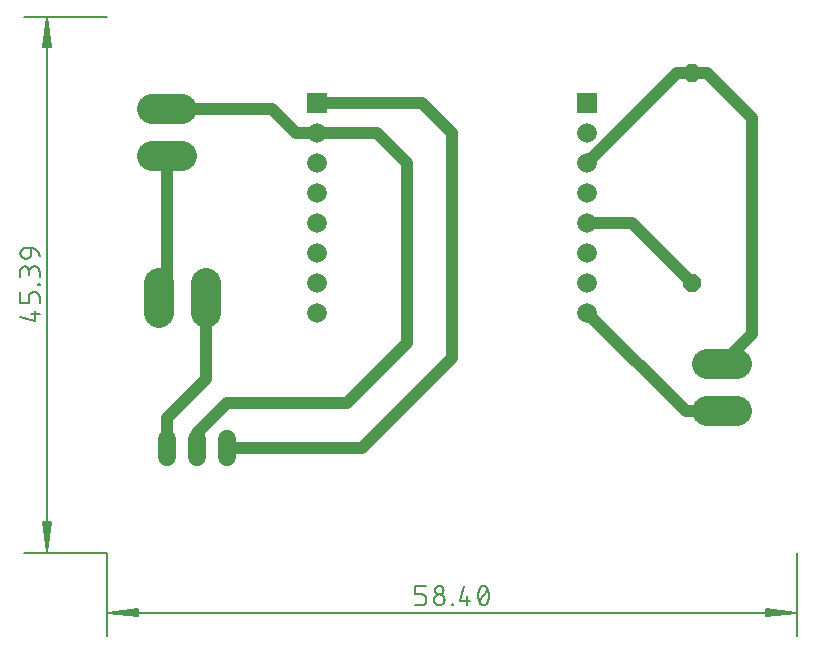
<source format=gbr>
G04 EAGLE Gerber RS-274X export*
G75*
%MOMM*%
%FSLAX34Y34*%
%LPD*%
%INTop Copper*%
%IPPOS*%
%AMOC8*
5,1,8,0,0,1.08239X$1,22.5*%
G01*
%ADD10C,0.130000*%
%ADD11C,0.152400*%
%ADD12C,1.665000*%
%ADD13R,1.665000X1.665000*%
%ADD14C,2.514600*%
%ADD15P,1.649562X8X112.500000*%
%ADD16C,1.524000*%
%ADD17C,1.016000*%


D10*
X-38100Y546100D02*
X-38100Y475800D01*
X545900Y475800D02*
X545900Y546100D01*
X545250Y495300D02*
X-37450Y495300D01*
X-12100Y498492D01*
X-12100Y492108D01*
X-37450Y495300D01*
X-12100Y496600D01*
X-12100Y494000D02*
X-37450Y495300D01*
X-12100Y497900D01*
X-12100Y492700D02*
X-37450Y495300D01*
X519900Y498492D02*
X545250Y495300D01*
X519900Y498492D02*
X519900Y492108D01*
X545250Y495300D01*
X519900Y496600D01*
X519900Y494000D02*
X545250Y495300D01*
X519900Y497900D01*
X519900Y492700D02*
X545250Y495300D01*
D11*
X228260Y501807D02*
X222841Y501807D01*
X228260Y501807D02*
X228378Y501809D01*
X228496Y501815D01*
X228614Y501824D01*
X228731Y501838D01*
X228848Y501855D01*
X228965Y501876D01*
X229080Y501901D01*
X229195Y501930D01*
X229309Y501963D01*
X229421Y501999D01*
X229532Y502039D01*
X229642Y502082D01*
X229751Y502129D01*
X229858Y502179D01*
X229963Y502234D01*
X230066Y502291D01*
X230167Y502352D01*
X230267Y502416D01*
X230364Y502483D01*
X230459Y502553D01*
X230551Y502627D01*
X230642Y502703D01*
X230729Y502783D01*
X230814Y502865D01*
X230896Y502950D01*
X230976Y503037D01*
X231052Y503128D01*
X231126Y503220D01*
X231196Y503315D01*
X231263Y503412D01*
X231327Y503512D01*
X231388Y503613D01*
X231445Y503716D01*
X231500Y503821D01*
X231550Y503928D01*
X231597Y504037D01*
X231640Y504147D01*
X231680Y504258D01*
X231716Y504370D01*
X231749Y504484D01*
X231778Y504599D01*
X231803Y504714D01*
X231824Y504831D01*
X231841Y504948D01*
X231855Y505065D01*
X231864Y505183D01*
X231870Y505301D01*
X231872Y505419D01*
X231872Y507226D01*
X231870Y507344D01*
X231864Y507462D01*
X231855Y507580D01*
X231841Y507697D01*
X231824Y507814D01*
X231803Y507931D01*
X231778Y508046D01*
X231749Y508161D01*
X231716Y508275D01*
X231680Y508387D01*
X231640Y508498D01*
X231597Y508608D01*
X231550Y508717D01*
X231500Y508824D01*
X231445Y508929D01*
X231388Y509032D01*
X231327Y509133D01*
X231263Y509233D01*
X231196Y509330D01*
X231126Y509425D01*
X231052Y509517D01*
X230976Y509608D01*
X230896Y509695D01*
X230814Y509780D01*
X230729Y509862D01*
X230642Y509942D01*
X230551Y510018D01*
X230459Y510092D01*
X230364Y510162D01*
X230267Y510229D01*
X230167Y510293D01*
X230066Y510354D01*
X229963Y510411D01*
X229858Y510466D01*
X229751Y510516D01*
X229642Y510563D01*
X229532Y510606D01*
X229421Y510646D01*
X229309Y510682D01*
X229195Y510715D01*
X229080Y510744D01*
X228965Y510769D01*
X228848Y510790D01*
X228731Y510807D01*
X228614Y510821D01*
X228496Y510830D01*
X228378Y510836D01*
X228260Y510838D01*
X222841Y510838D01*
X222841Y518063D01*
X231872Y518063D01*
X238472Y506323D02*
X238474Y506456D01*
X238480Y506588D01*
X238490Y506720D01*
X238503Y506852D01*
X238521Y506984D01*
X238542Y507114D01*
X238567Y507245D01*
X238596Y507374D01*
X238629Y507502D01*
X238665Y507630D01*
X238705Y507756D01*
X238749Y507881D01*
X238797Y508005D01*
X238848Y508127D01*
X238903Y508248D01*
X238961Y508367D01*
X239023Y508485D01*
X239088Y508600D01*
X239157Y508714D01*
X239228Y508825D01*
X239304Y508934D01*
X239382Y509041D01*
X239463Y509146D01*
X239548Y509248D01*
X239635Y509348D01*
X239725Y509445D01*
X239818Y509540D01*
X239914Y509631D01*
X240012Y509720D01*
X240113Y509806D01*
X240217Y509889D01*
X240323Y509969D01*
X240431Y510045D01*
X240541Y510119D01*
X240654Y510189D01*
X240768Y510256D01*
X240885Y510319D01*
X241003Y510379D01*
X241123Y510436D01*
X241245Y510489D01*
X241368Y510538D01*
X241492Y510584D01*
X241618Y510626D01*
X241745Y510664D01*
X241873Y510699D01*
X242002Y510730D01*
X242131Y510757D01*
X242262Y510780D01*
X242393Y510800D01*
X242525Y510815D01*
X242657Y510827D01*
X242789Y510835D01*
X242922Y510839D01*
X243054Y510839D01*
X243187Y510835D01*
X243319Y510827D01*
X243451Y510815D01*
X243583Y510800D01*
X243714Y510780D01*
X243845Y510757D01*
X243974Y510730D01*
X244103Y510699D01*
X244231Y510664D01*
X244358Y510626D01*
X244484Y510584D01*
X244608Y510538D01*
X244731Y510489D01*
X244853Y510436D01*
X244973Y510379D01*
X245091Y510319D01*
X245208Y510256D01*
X245322Y510189D01*
X245435Y510119D01*
X245545Y510045D01*
X245653Y509969D01*
X245759Y509889D01*
X245863Y509806D01*
X245964Y509720D01*
X246062Y509631D01*
X246158Y509540D01*
X246251Y509445D01*
X246341Y509348D01*
X246428Y509248D01*
X246513Y509146D01*
X246594Y509041D01*
X246672Y508934D01*
X246748Y508825D01*
X246819Y508714D01*
X246888Y508600D01*
X246953Y508485D01*
X247015Y508367D01*
X247073Y508248D01*
X247128Y508127D01*
X247179Y508005D01*
X247227Y507881D01*
X247271Y507756D01*
X247311Y507630D01*
X247347Y507502D01*
X247380Y507374D01*
X247409Y507245D01*
X247434Y507114D01*
X247455Y506984D01*
X247473Y506852D01*
X247486Y506720D01*
X247496Y506588D01*
X247502Y506456D01*
X247504Y506323D01*
X247502Y506190D01*
X247496Y506058D01*
X247486Y505926D01*
X247473Y505794D01*
X247455Y505662D01*
X247434Y505532D01*
X247409Y505401D01*
X247380Y505272D01*
X247347Y505144D01*
X247311Y505016D01*
X247271Y504890D01*
X247227Y504765D01*
X247179Y504641D01*
X247128Y504519D01*
X247073Y504398D01*
X247015Y504279D01*
X246953Y504161D01*
X246888Y504046D01*
X246819Y503932D01*
X246748Y503821D01*
X246672Y503712D01*
X246594Y503605D01*
X246513Y503500D01*
X246428Y503398D01*
X246341Y503298D01*
X246251Y503201D01*
X246158Y503106D01*
X246062Y503015D01*
X245964Y502926D01*
X245863Y502840D01*
X245759Y502757D01*
X245653Y502677D01*
X245545Y502601D01*
X245435Y502527D01*
X245322Y502457D01*
X245208Y502390D01*
X245091Y502327D01*
X244973Y502267D01*
X244853Y502210D01*
X244731Y502157D01*
X244608Y502108D01*
X244484Y502062D01*
X244358Y502020D01*
X244231Y501982D01*
X244103Y501947D01*
X243974Y501916D01*
X243845Y501889D01*
X243714Y501866D01*
X243583Y501846D01*
X243451Y501831D01*
X243319Y501819D01*
X243187Y501811D01*
X243054Y501807D01*
X242922Y501807D01*
X242789Y501811D01*
X242657Y501819D01*
X242525Y501831D01*
X242393Y501846D01*
X242262Y501866D01*
X242131Y501889D01*
X242002Y501916D01*
X241873Y501947D01*
X241745Y501982D01*
X241618Y502020D01*
X241492Y502062D01*
X241368Y502108D01*
X241245Y502157D01*
X241123Y502210D01*
X241003Y502267D01*
X240885Y502327D01*
X240768Y502390D01*
X240654Y502457D01*
X240541Y502527D01*
X240431Y502601D01*
X240323Y502677D01*
X240217Y502757D01*
X240113Y502840D01*
X240012Y502926D01*
X239914Y503015D01*
X239818Y503106D01*
X239725Y503201D01*
X239635Y503298D01*
X239548Y503398D01*
X239463Y503500D01*
X239382Y503605D01*
X239304Y503712D01*
X239228Y503821D01*
X239157Y503932D01*
X239088Y504046D01*
X239023Y504161D01*
X238961Y504279D01*
X238903Y504398D01*
X238848Y504519D01*
X238797Y504641D01*
X238749Y504765D01*
X238705Y504890D01*
X238665Y505016D01*
X238629Y505144D01*
X238596Y505272D01*
X238567Y505401D01*
X238542Y505532D01*
X238521Y505662D01*
X238503Y505794D01*
X238490Y505926D01*
X238480Y506058D01*
X238474Y506190D01*
X238472Y506323D01*
X239376Y514451D02*
X239378Y514570D01*
X239384Y514690D01*
X239394Y514809D01*
X239408Y514927D01*
X239425Y515046D01*
X239447Y515163D01*
X239472Y515280D01*
X239502Y515395D01*
X239535Y515510D01*
X239572Y515624D01*
X239612Y515736D01*
X239657Y515847D01*
X239705Y515956D01*
X239756Y516064D01*
X239811Y516170D01*
X239870Y516274D01*
X239932Y516376D01*
X239997Y516476D01*
X240066Y516574D01*
X240138Y516670D01*
X240213Y516763D01*
X240290Y516853D01*
X240371Y516941D01*
X240455Y517026D01*
X240542Y517108D01*
X240631Y517188D01*
X240723Y517264D01*
X240817Y517338D01*
X240914Y517408D01*
X241012Y517475D01*
X241113Y517539D01*
X241217Y517599D01*
X241322Y517656D01*
X241429Y517709D01*
X241537Y517759D01*
X241647Y517805D01*
X241759Y517847D01*
X241872Y517886D01*
X241986Y517921D01*
X242101Y517952D01*
X242218Y517980D01*
X242335Y518003D01*
X242452Y518023D01*
X242571Y518039D01*
X242690Y518051D01*
X242809Y518059D01*
X242928Y518063D01*
X243048Y518063D01*
X243167Y518059D01*
X243286Y518051D01*
X243405Y518039D01*
X243524Y518023D01*
X243641Y518003D01*
X243758Y517980D01*
X243875Y517952D01*
X243990Y517921D01*
X244104Y517886D01*
X244217Y517847D01*
X244329Y517805D01*
X244439Y517759D01*
X244547Y517709D01*
X244654Y517656D01*
X244759Y517599D01*
X244863Y517539D01*
X244964Y517475D01*
X245062Y517408D01*
X245159Y517338D01*
X245253Y517264D01*
X245345Y517188D01*
X245434Y517108D01*
X245521Y517026D01*
X245605Y516941D01*
X245686Y516853D01*
X245763Y516763D01*
X245838Y516670D01*
X245910Y516574D01*
X245979Y516476D01*
X246044Y516376D01*
X246106Y516274D01*
X246165Y516170D01*
X246220Y516064D01*
X246271Y515956D01*
X246319Y515847D01*
X246364Y515736D01*
X246404Y515624D01*
X246441Y515510D01*
X246474Y515395D01*
X246504Y515280D01*
X246529Y515163D01*
X246551Y515046D01*
X246568Y514927D01*
X246582Y514809D01*
X246592Y514690D01*
X246598Y514570D01*
X246600Y514451D01*
X246598Y514332D01*
X246592Y514212D01*
X246582Y514093D01*
X246568Y513975D01*
X246551Y513856D01*
X246529Y513739D01*
X246504Y513622D01*
X246474Y513507D01*
X246441Y513392D01*
X246404Y513278D01*
X246364Y513166D01*
X246319Y513055D01*
X246271Y512946D01*
X246220Y512838D01*
X246165Y512732D01*
X246106Y512628D01*
X246044Y512526D01*
X245979Y512426D01*
X245910Y512328D01*
X245838Y512232D01*
X245763Y512139D01*
X245686Y512049D01*
X245605Y511961D01*
X245521Y511876D01*
X245434Y511794D01*
X245345Y511714D01*
X245253Y511638D01*
X245159Y511564D01*
X245062Y511494D01*
X244964Y511427D01*
X244863Y511363D01*
X244759Y511303D01*
X244654Y511246D01*
X244547Y511193D01*
X244439Y511143D01*
X244329Y511097D01*
X244217Y511055D01*
X244104Y511016D01*
X243990Y510981D01*
X243875Y510950D01*
X243758Y510922D01*
X243641Y510899D01*
X243524Y510879D01*
X243405Y510863D01*
X243286Y510851D01*
X243167Y510843D01*
X243048Y510839D01*
X242928Y510839D01*
X242809Y510843D01*
X242690Y510851D01*
X242571Y510863D01*
X242452Y510879D01*
X242335Y510899D01*
X242218Y510922D01*
X242101Y510950D01*
X241986Y510981D01*
X241872Y511016D01*
X241759Y511055D01*
X241647Y511097D01*
X241537Y511143D01*
X241429Y511193D01*
X241322Y511246D01*
X241217Y511303D01*
X241113Y511363D01*
X241012Y511427D01*
X240914Y511494D01*
X240817Y511564D01*
X240723Y511638D01*
X240631Y511714D01*
X240542Y511794D01*
X240455Y511876D01*
X240371Y511961D01*
X240290Y512049D01*
X240213Y512139D01*
X240138Y512232D01*
X240066Y512328D01*
X239997Y512426D01*
X239932Y512526D01*
X239870Y512628D01*
X239811Y512732D01*
X239756Y512838D01*
X239705Y512946D01*
X239657Y513055D01*
X239612Y513166D01*
X239572Y513278D01*
X239535Y513392D01*
X239502Y513507D01*
X239472Y513622D01*
X239447Y513739D01*
X239425Y513856D01*
X239408Y513975D01*
X239394Y514093D01*
X239384Y514212D01*
X239378Y514332D01*
X239376Y514451D01*
X253478Y502710D02*
X253478Y501807D01*
X253478Y502710D02*
X254381Y502710D01*
X254381Y501807D01*
X253478Y501807D01*
X260356Y505419D02*
X263969Y518063D01*
X260356Y505419D02*
X269387Y505419D01*
X266678Y509032D02*
X266678Y501807D01*
X275988Y509935D02*
X275992Y510255D01*
X276003Y510574D01*
X276022Y510894D01*
X276049Y511212D01*
X276083Y511530D01*
X276125Y511847D01*
X276175Y512163D01*
X276232Y512478D01*
X276296Y512791D01*
X276368Y513103D01*
X276447Y513413D01*
X276534Y513720D01*
X276628Y514026D01*
X276729Y514329D01*
X276838Y514630D01*
X276953Y514928D01*
X277076Y515224D01*
X277206Y515516D01*
X277343Y515805D01*
X277342Y515806D02*
X277381Y515914D01*
X277424Y516021D01*
X277470Y516126D01*
X277521Y516230D01*
X277574Y516332D01*
X277631Y516432D01*
X277692Y516530D01*
X277756Y516625D01*
X277823Y516719D01*
X277894Y516810D01*
X277967Y516899D01*
X278044Y516985D01*
X278123Y517068D01*
X278205Y517149D01*
X278290Y517227D01*
X278378Y517301D01*
X278468Y517373D01*
X278560Y517441D01*
X278655Y517507D01*
X278752Y517569D01*
X278851Y517627D01*
X278953Y517683D01*
X279055Y517734D01*
X279160Y517782D01*
X279266Y517827D01*
X279374Y517868D01*
X279483Y517905D01*
X279593Y517938D01*
X279705Y517967D01*
X279817Y517993D01*
X279930Y518015D01*
X280044Y518032D01*
X280158Y518046D01*
X280273Y518056D01*
X280388Y518062D01*
X280503Y518064D01*
X280503Y518063D02*
X280618Y518061D01*
X280733Y518055D01*
X280848Y518045D01*
X280962Y518031D01*
X281076Y518014D01*
X281189Y517992D01*
X281301Y517966D01*
X281413Y517937D01*
X281523Y517904D01*
X281632Y517867D01*
X281740Y517826D01*
X281846Y517781D01*
X281951Y517733D01*
X282053Y517682D01*
X282154Y517626D01*
X282254Y517568D01*
X282351Y517506D01*
X282445Y517441D01*
X282538Y517372D01*
X282628Y517300D01*
X282716Y517226D01*
X282801Y517148D01*
X282883Y517067D01*
X282962Y516984D01*
X283039Y516898D01*
X283112Y516809D01*
X283183Y516718D01*
X283250Y516624D01*
X283314Y516529D01*
X283375Y516431D01*
X283432Y516331D01*
X283485Y516229D01*
X283536Y516125D01*
X283582Y516020D01*
X283625Y515913D01*
X283664Y515805D01*
X283663Y515805D02*
X283800Y515516D01*
X283930Y515224D01*
X284053Y514928D01*
X284168Y514630D01*
X284277Y514329D01*
X284378Y514026D01*
X284472Y513720D01*
X284559Y513413D01*
X284638Y513103D01*
X284710Y512791D01*
X284774Y512478D01*
X284831Y512163D01*
X284881Y511847D01*
X284923Y511530D01*
X284957Y511212D01*
X284984Y510894D01*
X285003Y510574D01*
X285014Y510255D01*
X285018Y509935D01*
X275988Y509935D02*
X275992Y509615D01*
X276003Y509296D01*
X276022Y508976D01*
X276049Y508658D01*
X276083Y508340D01*
X276125Y508023D01*
X276175Y507707D01*
X276232Y507392D01*
X276296Y507079D01*
X276368Y506767D01*
X276447Y506457D01*
X276534Y506150D01*
X276628Y505844D01*
X276729Y505541D01*
X276838Y505240D01*
X276953Y504942D01*
X277076Y504646D01*
X277206Y504354D01*
X277343Y504065D01*
X277342Y504065D02*
X277381Y503957D01*
X277424Y503850D01*
X277470Y503745D01*
X277521Y503641D01*
X277574Y503539D01*
X277631Y503439D01*
X277692Y503341D01*
X277756Y503246D01*
X277823Y503152D01*
X277894Y503061D01*
X277967Y502972D01*
X278044Y502886D01*
X278123Y502803D01*
X278205Y502722D01*
X278290Y502644D01*
X278378Y502570D01*
X278468Y502498D01*
X278561Y502429D01*
X278655Y502364D01*
X278752Y502302D01*
X278852Y502244D01*
X278953Y502188D01*
X279055Y502137D01*
X279160Y502089D01*
X279266Y502044D01*
X279374Y502003D01*
X279483Y501966D01*
X279593Y501933D01*
X279705Y501904D01*
X279817Y501878D01*
X279930Y501856D01*
X280044Y501839D01*
X280158Y501825D01*
X280273Y501815D01*
X280388Y501809D01*
X280503Y501807D01*
X283663Y504065D02*
X283800Y504354D01*
X283930Y504646D01*
X284053Y504942D01*
X284168Y505240D01*
X284277Y505541D01*
X284378Y505844D01*
X284472Y506150D01*
X284559Y506457D01*
X284638Y506767D01*
X284710Y507079D01*
X284774Y507392D01*
X284831Y507707D01*
X284881Y508023D01*
X284923Y508340D01*
X284957Y508658D01*
X284984Y508976D01*
X285003Y509296D01*
X285014Y509615D01*
X285018Y509935D01*
X283664Y504065D02*
X283625Y503957D01*
X283582Y503850D01*
X283536Y503745D01*
X283485Y503641D01*
X283432Y503539D01*
X283375Y503439D01*
X283314Y503341D01*
X283250Y503246D01*
X283183Y503152D01*
X283112Y503061D01*
X283039Y502972D01*
X282962Y502886D01*
X282883Y502803D01*
X282801Y502722D01*
X282716Y502644D01*
X282628Y502570D01*
X282538Y502498D01*
X282445Y502429D01*
X282351Y502364D01*
X282254Y502302D01*
X282154Y502244D01*
X282053Y502188D01*
X281950Y502137D01*
X281846Y502089D01*
X281740Y502044D01*
X281632Y502003D01*
X281523Y501966D01*
X281413Y501933D01*
X281301Y501904D01*
X281189Y501878D01*
X281076Y501856D01*
X280962Y501839D01*
X280848Y501825D01*
X280733Y501815D01*
X280618Y501809D01*
X280503Y501807D01*
X276891Y505419D02*
X284115Y514451D01*
D10*
X-38100Y1000000D02*
X-108400Y1000000D01*
X-108400Y546100D02*
X-38100Y546100D01*
X-88900Y546750D02*
X-88900Y999350D01*
X-92092Y974000D01*
X-85708Y974000D01*
X-88900Y999350D01*
X-90200Y974000D01*
X-87600Y974000D02*
X-88900Y999350D01*
X-91500Y974000D01*
X-86300Y974000D02*
X-88900Y999350D01*
X-92092Y572100D02*
X-88900Y546750D01*
X-92092Y572100D02*
X-85708Y572100D01*
X-88900Y546750D01*
X-90200Y572100D01*
X-87600Y572100D02*
X-88900Y546750D01*
X-91500Y572100D01*
X-86300Y572100D02*
X-88900Y546750D01*
D11*
X-99019Y741991D02*
X-111663Y745604D01*
X-99019Y741991D02*
X-99019Y751022D01*
X-102632Y748313D02*
X-95407Y748313D01*
X-95407Y757623D02*
X-95407Y763041D01*
X-95409Y763159D01*
X-95415Y763277D01*
X-95424Y763395D01*
X-95438Y763512D01*
X-95455Y763629D01*
X-95476Y763746D01*
X-95501Y763861D01*
X-95530Y763976D01*
X-95563Y764090D01*
X-95599Y764202D01*
X-95639Y764313D01*
X-95682Y764423D01*
X-95729Y764532D01*
X-95779Y764639D01*
X-95834Y764744D01*
X-95891Y764847D01*
X-95952Y764948D01*
X-96016Y765048D01*
X-96083Y765145D01*
X-96153Y765240D01*
X-96227Y765332D01*
X-96303Y765423D01*
X-96383Y765510D01*
X-96465Y765595D01*
X-96550Y765677D01*
X-96637Y765757D01*
X-96728Y765833D01*
X-96820Y765907D01*
X-96915Y765977D01*
X-97012Y766044D01*
X-97112Y766108D01*
X-97213Y766169D01*
X-97316Y766226D01*
X-97421Y766281D01*
X-97528Y766331D01*
X-97637Y766378D01*
X-97747Y766421D01*
X-97858Y766461D01*
X-97970Y766497D01*
X-98084Y766530D01*
X-98199Y766559D01*
X-98314Y766584D01*
X-98431Y766605D01*
X-98548Y766622D01*
X-98665Y766636D01*
X-98783Y766645D01*
X-98901Y766651D01*
X-99019Y766653D01*
X-99019Y766654D02*
X-100826Y766654D01*
X-100826Y766653D02*
X-100944Y766651D01*
X-101062Y766645D01*
X-101180Y766636D01*
X-101297Y766622D01*
X-101414Y766605D01*
X-101531Y766584D01*
X-101646Y766559D01*
X-101761Y766530D01*
X-101875Y766497D01*
X-101987Y766461D01*
X-102098Y766421D01*
X-102208Y766378D01*
X-102317Y766331D01*
X-102424Y766281D01*
X-102529Y766226D01*
X-102632Y766169D01*
X-102733Y766108D01*
X-102833Y766044D01*
X-102930Y765977D01*
X-103025Y765907D01*
X-103117Y765833D01*
X-103208Y765757D01*
X-103295Y765677D01*
X-103380Y765595D01*
X-103462Y765510D01*
X-103542Y765423D01*
X-103618Y765332D01*
X-103692Y765240D01*
X-103762Y765145D01*
X-103829Y765048D01*
X-103893Y764948D01*
X-103954Y764847D01*
X-104011Y764744D01*
X-104066Y764639D01*
X-104116Y764532D01*
X-104163Y764423D01*
X-104206Y764313D01*
X-104246Y764202D01*
X-104282Y764090D01*
X-104315Y763976D01*
X-104344Y763861D01*
X-104369Y763746D01*
X-104390Y763629D01*
X-104407Y763512D01*
X-104421Y763395D01*
X-104430Y763277D01*
X-104436Y763159D01*
X-104438Y763041D01*
X-104438Y757623D01*
X-111663Y757623D01*
X-111663Y766654D01*
X-96310Y772628D02*
X-95407Y772628D01*
X-96310Y772628D02*
X-96310Y773531D01*
X-95407Y773531D01*
X-95407Y772628D01*
X-95407Y779506D02*
X-95407Y784022D01*
X-95409Y784155D01*
X-95415Y784287D01*
X-95425Y784419D01*
X-95438Y784551D01*
X-95456Y784683D01*
X-95477Y784813D01*
X-95502Y784944D01*
X-95531Y785073D01*
X-95564Y785201D01*
X-95600Y785329D01*
X-95640Y785455D01*
X-95684Y785580D01*
X-95732Y785704D01*
X-95783Y785826D01*
X-95838Y785947D01*
X-95896Y786066D01*
X-95958Y786184D01*
X-96023Y786299D01*
X-96092Y786413D01*
X-96163Y786524D01*
X-96239Y786633D01*
X-96317Y786740D01*
X-96398Y786845D01*
X-96483Y786947D01*
X-96570Y787047D01*
X-96660Y787144D01*
X-96753Y787239D01*
X-96849Y787330D01*
X-96947Y787419D01*
X-97048Y787505D01*
X-97152Y787588D01*
X-97258Y787668D01*
X-97366Y787744D01*
X-97476Y787818D01*
X-97589Y787888D01*
X-97703Y787955D01*
X-97820Y788018D01*
X-97938Y788078D01*
X-98058Y788135D01*
X-98180Y788188D01*
X-98303Y788237D01*
X-98427Y788283D01*
X-98553Y788325D01*
X-98680Y788363D01*
X-98808Y788398D01*
X-98937Y788429D01*
X-99066Y788456D01*
X-99197Y788479D01*
X-99328Y788499D01*
X-99460Y788514D01*
X-99592Y788526D01*
X-99724Y788534D01*
X-99857Y788538D01*
X-99989Y788538D01*
X-100122Y788534D01*
X-100254Y788526D01*
X-100386Y788514D01*
X-100518Y788499D01*
X-100649Y788479D01*
X-100780Y788456D01*
X-100909Y788429D01*
X-101038Y788398D01*
X-101166Y788363D01*
X-101293Y788325D01*
X-101419Y788283D01*
X-101543Y788237D01*
X-101666Y788188D01*
X-101788Y788135D01*
X-101908Y788078D01*
X-102026Y788018D01*
X-102143Y787955D01*
X-102257Y787888D01*
X-102370Y787818D01*
X-102480Y787744D01*
X-102588Y787668D01*
X-102694Y787588D01*
X-102798Y787505D01*
X-102899Y787419D01*
X-102997Y787330D01*
X-103093Y787239D01*
X-103186Y787144D01*
X-103276Y787047D01*
X-103363Y786947D01*
X-103448Y786845D01*
X-103529Y786740D01*
X-103607Y786633D01*
X-103683Y786524D01*
X-103754Y786413D01*
X-103823Y786299D01*
X-103888Y786184D01*
X-103950Y786066D01*
X-104008Y785947D01*
X-104063Y785826D01*
X-104114Y785704D01*
X-104162Y785580D01*
X-104206Y785455D01*
X-104246Y785329D01*
X-104282Y785201D01*
X-104315Y785073D01*
X-104344Y784944D01*
X-104369Y784813D01*
X-104390Y784683D01*
X-104408Y784551D01*
X-104421Y784419D01*
X-104431Y784287D01*
X-104437Y784155D01*
X-104439Y784022D01*
X-111663Y784925D02*
X-111663Y779506D01*
X-111663Y784925D02*
X-111661Y785044D01*
X-111655Y785164D01*
X-111645Y785283D01*
X-111631Y785401D01*
X-111614Y785520D01*
X-111592Y785637D01*
X-111567Y785754D01*
X-111537Y785869D01*
X-111504Y785984D01*
X-111467Y786098D01*
X-111427Y786210D01*
X-111382Y786321D01*
X-111334Y786430D01*
X-111283Y786538D01*
X-111228Y786644D01*
X-111169Y786748D01*
X-111107Y786850D01*
X-111042Y786950D01*
X-110973Y787048D01*
X-110901Y787144D01*
X-110826Y787237D01*
X-110749Y787327D01*
X-110668Y787415D01*
X-110584Y787500D01*
X-110497Y787582D01*
X-110408Y787662D01*
X-110316Y787738D01*
X-110222Y787812D01*
X-110125Y787882D01*
X-110027Y787949D01*
X-109926Y788013D01*
X-109822Y788073D01*
X-109717Y788130D01*
X-109610Y788183D01*
X-109502Y788233D01*
X-109392Y788279D01*
X-109280Y788321D01*
X-109167Y788360D01*
X-109053Y788395D01*
X-108938Y788426D01*
X-108821Y788454D01*
X-108704Y788477D01*
X-108587Y788497D01*
X-108468Y788513D01*
X-108349Y788525D01*
X-108230Y788533D01*
X-108111Y788537D01*
X-107991Y788537D01*
X-107872Y788533D01*
X-107753Y788525D01*
X-107634Y788513D01*
X-107515Y788497D01*
X-107398Y788477D01*
X-107281Y788454D01*
X-107164Y788426D01*
X-107049Y788395D01*
X-106935Y788360D01*
X-106822Y788321D01*
X-106710Y788279D01*
X-106600Y788233D01*
X-106492Y788183D01*
X-106385Y788130D01*
X-106280Y788073D01*
X-106176Y788013D01*
X-106075Y787949D01*
X-105977Y787882D01*
X-105880Y787812D01*
X-105786Y787738D01*
X-105694Y787662D01*
X-105605Y787582D01*
X-105518Y787500D01*
X-105434Y787415D01*
X-105353Y787327D01*
X-105276Y787237D01*
X-105201Y787144D01*
X-105129Y787048D01*
X-105060Y786950D01*
X-104995Y786850D01*
X-104933Y786748D01*
X-104874Y786644D01*
X-104819Y786538D01*
X-104768Y786430D01*
X-104720Y786321D01*
X-104675Y786210D01*
X-104635Y786098D01*
X-104598Y785984D01*
X-104565Y785869D01*
X-104535Y785754D01*
X-104510Y785637D01*
X-104488Y785520D01*
X-104471Y785401D01*
X-104457Y785283D01*
X-104447Y785164D01*
X-104441Y785044D01*
X-104439Y784925D01*
X-104438Y784925D02*
X-104438Y781312D01*
X-102632Y798750D02*
X-102632Y804169D01*
X-102632Y798750D02*
X-102634Y798632D01*
X-102640Y798514D01*
X-102649Y798396D01*
X-102663Y798279D01*
X-102680Y798162D01*
X-102701Y798045D01*
X-102726Y797930D01*
X-102755Y797815D01*
X-102788Y797701D01*
X-102824Y797589D01*
X-102864Y797478D01*
X-102907Y797368D01*
X-102954Y797259D01*
X-103004Y797152D01*
X-103059Y797047D01*
X-103116Y796944D01*
X-103177Y796843D01*
X-103241Y796743D01*
X-103308Y796646D01*
X-103378Y796551D01*
X-103452Y796459D01*
X-103528Y796368D01*
X-103608Y796281D01*
X-103690Y796196D01*
X-103775Y796114D01*
X-103862Y796034D01*
X-103953Y795958D01*
X-104045Y795884D01*
X-104140Y795814D01*
X-104237Y795747D01*
X-104337Y795683D01*
X-104438Y795622D01*
X-104541Y795565D01*
X-104646Y795510D01*
X-104753Y795460D01*
X-104862Y795413D01*
X-104972Y795370D01*
X-105083Y795330D01*
X-105195Y795294D01*
X-105309Y795261D01*
X-105424Y795232D01*
X-105539Y795207D01*
X-105656Y795186D01*
X-105773Y795169D01*
X-105890Y795155D01*
X-106008Y795146D01*
X-106126Y795140D01*
X-106244Y795138D01*
X-106244Y795137D02*
X-107147Y795137D01*
X-107280Y795139D01*
X-107412Y795145D01*
X-107544Y795155D01*
X-107676Y795168D01*
X-107808Y795186D01*
X-107938Y795207D01*
X-108069Y795232D01*
X-108198Y795261D01*
X-108326Y795294D01*
X-108454Y795330D01*
X-108580Y795370D01*
X-108705Y795414D01*
X-108829Y795462D01*
X-108951Y795513D01*
X-109072Y795568D01*
X-109191Y795626D01*
X-109309Y795688D01*
X-109424Y795753D01*
X-109538Y795822D01*
X-109649Y795893D01*
X-109758Y795969D01*
X-109865Y796047D01*
X-109970Y796128D01*
X-110072Y796213D01*
X-110172Y796300D01*
X-110269Y796390D01*
X-110364Y796483D01*
X-110455Y796579D01*
X-110544Y796677D01*
X-110630Y796778D01*
X-110713Y796882D01*
X-110793Y796988D01*
X-110869Y797096D01*
X-110943Y797206D01*
X-111013Y797319D01*
X-111080Y797433D01*
X-111143Y797550D01*
X-111203Y797668D01*
X-111260Y797788D01*
X-111313Y797910D01*
X-111362Y798033D01*
X-111408Y798157D01*
X-111450Y798283D01*
X-111488Y798410D01*
X-111523Y798538D01*
X-111554Y798667D01*
X-111581Y798796D01*
X-111604Y798927D01*
X-111624Y799058D01*
X-111639Y799190D01*
X-111651Y799322D01*
X-111659Y799454D01*
X-111663Y799587D01*
X-111663Y799719D01*
X-111659Y799852D01*
X-111651Y799984D01*
X-111639Y800116D01*
X-111624Y800248D01*
X-111604Y800379D01*
X-111581Y800510D01*
X-111554Y800639D01*
X-111523Y800768D01*
X-111488Y800896D01*
X-111450Y801023D01*
X-111408Y801149D01*
X-111362Y801273D01*
X-111313Y801396D01*
X-111260Y801518D01*
X-111203Y801638D01*
X-111143Y801756D01*
X-111080Y801873D01*
X-111013Y801987D01*
X-110943Y802100D01*
X-110869Y802210D01*
X-110793Y802318D01*
X-110713Y802424D01*
X-110630Y802528D01*
X-110544Y802629D01*
X-110455Y802727D01*
X-110364Y802823D01*
X-110269Y802916D01*
X-110172Y803006D01*
X-110072Y803093D01*
X-109970Y803178D01*
X-109865Y803259D01*
X-109758Y803337D01*
X-109649Y803413D01*
X-109538Y803484D01*
X-109424Y803553D01*
X-109309Y803618D01*
X-109191Y803680D01*
X-109072Y803738D01*
X-108951Y803793D01*
X-108829Y803844D01*
X-108705Y803892D01*
X-108580Y803936D01*
X-108454Y803976D01*
X-108326Y804012D01*
X-108198Y804045D01*
X-108069Y804074D01*
X-107938Y804099D01*
X-107808Y804120D01*
X-107676Y804138D01*
X-107544Y804151D01*
X-107412Y804161D01*
X-107280Y804167D01*
X-107147Y804169D01*
X-102632Y804169D01*
X-102457Y804167D01*
X-102283Y804161D01*
X-102109Y804150D01*
X-101935Y804135D01*
X-101761Y804116D01*
X-101588Y804093D01*
X-101416Y804066D01*
X-101244Y804034D01*
X-101073Y803999D01*
X-100903Y803959D01*
X-100734Y803915D01*
X-100566Y803867D01*
X-100399Y803815D01*
X-100234Y803759D01*
X-100070Y803699D01*
X-99907Y803636D01*
X-99747Y803568D01*
X-99587Y803496D01*
X-99430Y803421D01*
X-99274Y803341D01*
X-99121Y803258D01*
X-98969Y803172D01*
X-98820Y803081D01*
X-98673Y802987D01*
X-98528Y802890D01*
X-98385Y802789D01*
X-98245Y802685D01*
X-98108Y802577D01*
X-97973Y802466D01*
X-97841Y802352D01*
X-97712Y802235D01*
X-97585Y802114D01*
X-97462Y801991D01*
X-97341Y801864D01*
X-97224Y801735D01*
X-97110Y801603D01*
X-96999Y801468D01*
X-96891Y801331D01*
X-96787Y801191D01*
X-96686Y801048D01*
X-96589Y800903D01*
X-96495Y800756D01*
X-96404Y800607D01*
X-96318Y800455D01*
X-96235Y800302D01*
X-96155Y800146D01*
X-96080Y799989D01*
X-96008Y799829D01*
X-95940Y799669D01*
X-95877Y799506D01*
X-95817Y799342D01*
X-95761Y799177D01*
X-95709Y799010D01*
X-95661Y798842D01*
X-95617Y798673D01*
X-95577Y798503D01*
X-95542Y798332D01*
X-95510Y798160D01*
X-95483Y797988D01*
X-95460Y797815D01*
X-95441Y797641D01*
X-95426Y797467D01*
X-95415Y797293D01*
X-95409Y797119D01*
X-95407Y796944D01*
D12*
X139700Y749300D03*
X139700Y774700D03*
X139700Y800100D03*
X139700Y825500D03*
X139700Y850900D03*
X139700Y876300D03*
X139700Y901700D03*
D13*
X139700Y927100D03*
X368300Y927100D03*
D12*
X368300Y901700D03*
X368300Y876300D03*
X368300Y850900D03*
X368300Y825500D03*
X368300Y800100D03*
X368300Y774700D03*
X368300Y749300D03*
D14*
X25273Y881888D02*
X127Y881888D01*
X127Y921512D02*
X25273Y921512D01*
X470027Y705612D02*
X495173Y705612D01*
X495173Y665988D02*
X470027Y665988D01*
D15*
X457200Y774700D03*
X457200Y952500D03*
D16*
X12700Y642620D02*
X12700Y627380D01*
X38100Y627380D02*
X38100Y642620D01*
X63500Y642620D02*
X63500Y627380D01*
D14*
X5588Y749427D02*
X5588Y774573D01*
X45212Y774573D02*
X45212Y749427D01*
D17*
X406400Y825500D02*
X457200Y774700D01*
X406400Y825500D02*
X368300Y825500D01*
X444500Y952500D02*
X457200Y952500D01*
X444500Y952500D02*
X368300Y876300D01*
X457200Y952500D02*
X469900Y952500D01*
X508000Y914400D01*
X508000Y731012D01*
X482600Y705612D01*
X482600Y665988D02*
X451612Y665988D01*
X368300Y749300D01*
X215900Y876300D02*
X190500Y901700D01*
X139700Y901700D01*
X215900Y876300D02*
X215900Y723900D01*
X165100Y673100D01*
X63500Y673100D01*
X38100Y647700D01*
X38100Y635000D01*
X121412Y901700D02*
X139700Y901700D01*
X121412Y901700D02*
X101600Y921512D01*
X12700Y921512D01*
X63500Y635000D02*
X177800Y635000D01*
X139700Y927100D02*
X228600Y927100D01*
X254000Y901700D01*
X254000Y711200D01*
X177800Y635000D01*
X12700Y769112D02*
X5588Y762000D01*
X12700Y769112D02*
X12700Y881888D01*
X45212Y762000D02*
X45212Y692912D01*
X12700Y660400D01*
X12700Y635000D01*
M02*

</source>
